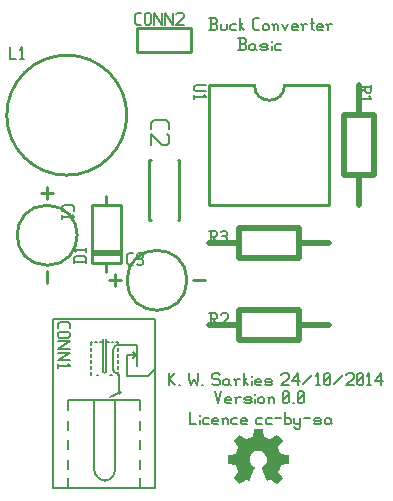
<source format=gto>
G04 start of page 9 for group -4079 idx -4079 *
G04 Title: (unknown), topsilk *
G04 Creator: pcb 20110918 *
G04 CreationDate: Tue 15 Sep 2015 23:51:39 GMT UTC *
G04 For: ksarkies *
G04 Format: Gerber/RS-274X *
G04 PCB-Dimensions: 130000 160000 *
G04 PCB-Coordinate-Origin: lower left *
%MOIN*%
%FSLAX25Y25*%
%LNTOPSILK*%
%ADD80C,0.0200*%
%ADD79C,0.0100*%
%ADD78C,0.0060*%
%ADD77C,0.0001*%
G54D77*G36*
X84977Y20514D02*X87554D01*
X87637Y20482D01*
X87684Y20406D01*
X87733Y20167D01*
X87777Y19945D01*
X88168Y17813D01*
X88215Y17725D01*
X88298Y17667D01*
X88401Y17623D01*
X89191Y17352D01*
X89941Y16994D01*
X89947D01*
X90034Y16956D01*
X90131Y16942D01*
X90229Y16973D01*
X92002Y18192D01*
X92193Y18317D01*
X92394Y18453D01*
X92480Y18478D01*
X92562Y18442D01*
X92893Y18112D01*
X93397Y17612D01*
X93555Y17449D01*
X94054Y16951D01*
X94216Y16794D01*
X94384Y16620D01*
X94423Y16535D01*
X94401Y16446D01*
X94265Y16245D01*
X94136Y16055D01*
X92947Y14319D01*
X92915Y14227D01*
X92930Y14130D01*
X92975Y14031D01*
X93658Y12425D01*
X93695Y12334D01*
X93758Y12256D01*
X93848Y12209D01*
X95887Y11828D01*
X96111Y11785D01*
X96354Y11742D01*
X96429Y11695D01*
X96458Y11612D01*
Y9035D01*
X96429Y8946D01*
X96354Y8899D01*
X96111Y8856D01*
X95887Y8813D01*
X93908Y8444D01*
X93820Y8396D01*
X93766Y8313D01*
X93738Y8253D01*
Y8242D01*
X93023Y6469D01*
X93018Y6457D01*
X93001Y6414D01*
X92984Y6313D01*
X93012Y6219D01*
X94141Y4587D01*
X94265Y4396D01*
X94406Y4195D01*
X94425Y4109D01*
X94384Y4027D01*
X94216Y3848D01*
X94054Y3691D01*
X92736Y2373D01*
X92562Y2205D01*
X92480Y2164D01*
X92394Y2182D01*
X92193Y2324D01*
X92002Y2448D01*
X90408Y3545D01*
X90309Y3574D01*
X90212Y3555D01*
X89881Y3371D01*
X89687Y3262D01*
X89340Y3084D01*
X89255Y3078D01*
X89193Y3138D01*
X89047Y3495D01*
X88959Y3702D01*
X87576Y7060D01*
X87488Y7266D01*
X87391Y7499D01*
X87387Y7594D01*
X87440Y7667D01*
X87663Y7798D01*
X87804Y7906D01*
X88340Y8352D01*
X88755Y8916D01*
X89022Y9575D01*
X89116Y10305D01*
X89058Y10880D01*
X88893Y11414D01*
X88630Y11899D01*
X88281Y12321D01*
X87861Y12670D01*
X87377Y12934D01*
X86843Y13099D01*
X86269Y13157D01*
X85694Y13099D01*
X85159Y12934D01*
X84676Y12670D01*
X84254Y12321D01*
X83906Y11899D01*
X83644Y11414D01*
X83479Y10880D01*
X83420Y10305D01*
X83513Y9575D01*
X83780Y8916D01*
X84194Y8352D01*
X84733Y7906D01*
X84869Y7798D01*
X85091Y7667D01*
X85145Y7594D01*
X85140Y7499D01*
X85043Y7266D01*
X84955Y7060D01*
X83572Y3702D01*
X83486Y3495D01*
X83338Y3138D01*
X83277Y3078D01*
X83193Y3084D01*
X82851Y3262D01*
X82650Y3371D01*
X82319Y3555D01*
X82220Y3574D01*
X82123Y3545D01*
X80529Y2448D01*
X80344Y2324D01*
X80138Y2182D01*
X80051Y2164D01*
X79969Y2205D01*
X79795Y2373D01*
X79638Y2535D01*
X79140Y3034D01*
X78977Y3192D01*
X78477Y3691D01*
X78315Y3848D01*
X78147Y4027D01*
X78108Y4109D01*
X78130Y4195D01*
X78266Y4396D01*
X78397Y4587D01*
X79519Y6219D01*
X79547Y6313D01*
X79530Y6414D01*
X79508Y6474D01*
X78798Y8248D01*
X78765Y8313D01*
X78711Y8396D01*
X78625Y8444D01*
X76644Y8813D01*
X76422Y8856D01*
X76183Y8899D01*
X76104Y8949D01*
X76075Y9035D01*
Y11612D01*
X76104Y11695D01*
X76183Y11742D01*
X76422Y11791D01*
X76644Y11828D01*
X78684Y12209D01*
X78773Y12256D01*
X78836Y12339D01*
X78873Y12425D01*
X79562Y14031D01*
X79601Y14130D01*
X79618Y14227D01*
X79590Y14319D01*
X78397Y16060D01*
X78266Y16245D01*
X78130Y16446D01*
X78108Y16535D01*
X78147Y16620D01*
X78315Y16794D01*
X78477Y16951D01*
X79969Y18442D01*
X80051Y18478D01*
X80138Y18459D01*
X80344Y18323D01*
X80529Y18192D01*
X82302Y16973D01*
X82400Y16944D01*
X82498Y16962D01*
X82584Y16994D01*
X82595Y16999D01*
X83341Y17353D01*
X84131Y17628D01*
X84234Y17667D01*
X84318Y17725D01*
X84363Y17813D01*
X84761Y19945D01*
X84798Y20167D01*
X84847Y20406D01*
X84894Y20482D01*
X84977Y20514D01*
G37*
G54D78*X56500Y39000D02*Y35000D01*
Y37000D02*X58500Y39000D01*
X56500Y37000D02*X58500Y35000D01*
X59700D02*X60200D01*
X63200Y39000D02*Y37000D01*
X63700Y35000D01*
X64700Y37000D01*
X65700Y35000D01*
X66200Y37000D01*
Y39000D02*Y37000D01*
X67400Y35000D02*X67900D01*
X72900Y39000D02*X73400Y38500D01*
X71400Y39000D02*X72900D01*
X70900Y38500D02*X71400Y39000D01*
X70900Y38500D02*Y37500D01*
X71400Y37000D01*
X72900D01*
X73400Y36500D01*
Y35500D01*
X72900Y35000D02*X73400Y35500D01*
X71400Y35000D02*X72900D01*
X70900Y35500D02*X71400Y35000D01*
X76100Y37000D02*X76600Y36500D01*
X75100Y37000D02*X76100D01*
X74600Y36500D02*X75100Y37000D01*
X74600Y36500D02*Y35500D01*
X75100Y35000D01*
X76600Y37000D02*Y35500D01*
X77100Y35000D01*
X75100D02*X76100D01*
X76600Y35500D01*
X78800Y36500D02*Y35000D01*
Y36500D02*X79300Y37000D01*
X80300D01*
X78300D02*X78800Y36500D01*
X81500Y39000D02*Y35000D01*
Y36500D02*X83000Y35000D01*
X81500Y36500D02*X82500Y37500D01*
X84200Y38000D02*Y37900D01*
Y36500D02*Y35000D01*
X85700D02*X87200D01*
X85200Y35500D02*X85700Y35000D01*
X85200Y36500D02*Y35500D01*
Y36500D02*X85700Y37000D01*
X86700D01*
X87200Y36500D01*
X85200Y36000D02*X87200D01*
Y36500D02*Y36000D01*
X88900Y35000D02*X90400D01*
X90900Y35500D01*
X90400Y36000D02*X90900Y35500D01*
X88900Y36000D02*X90400D01*
X88400Y36500D02*X88900Y36000D01*
X88400Y36500D02*X88900Y37000D01*
X90400D01*
X90900Y36500D01*
X88400Y35500D02*X88900Y35000D01*
X93900Y38500D02*X94400Y39000D01*
X95900D01*
X96400Y38500D01*
Y37500D01*
X93900Y35000D02*X96400Y37500D01*
X93900Y35000D02*X96400D01*
X97600Y36500D02*X99600Y39000D01*
X97600Y36500D02*X100100D01*
X99600Y39000D02*Y35000D01*
X101300Y35500D02*X104300Y38500D01*
X105500Y38200D02*X106300Y39000D01*
Y35000D01*
X105500D02*X107000D01*
X108200Y35500D02*X108700Y35000D01*
X108200Y38500D02*Y35500D01*
Y38500D02*X108700Y39000D01*
X109700D01*
X110200Y38500D01*
Y35500D01*
X109700Y35000D02*X110200Y35500D01*
X108700Y35000D02*X109700D01*
X108200Y36000D02*X110200Y38000D01*
X111400Y35500D02*X114400Y38500D01*
X115600D02*X116100Y39000D01*
X117600D01*
X118100Y38500D01*
Y37500D01*
X115600Y35000D02*X118100Y37500D01*
X115600Y35000D02*X118100D01*
X119300Y35500D02*X119800Y35000D01*
X119300Y38500D02*Y35500D01*
Y38500D02*X119800Y39000D01*
X120800D01*
X121300Y38500D01*
Y35500D01*
X120800Y35000D02*X121300Y35500D01*
X119800Y35000D02*X120800D01*
X119300Y36000D02*X121300Y38000D01*
X122500Y38200D02*X123300Y39000D01*
Y35000D01*
X122500D02*X124000D01*
X125200Y36500D02*X127200Y39000D01*
X125200Y36500D02*X127700D01*
X127200Y39000D02*Y35000D01*
X72000Y33000D02*X73000Y29000D01*
X74000Y33000D01*
X75700Y29000D02*X77200D01*
X75200Y29500D02*X75700Y29000D01*
X75200Y30500D02*Y29500D01*
Y30500D02*X75700Y31000D01*
X76700D01*
X77200Y30500D01*
X75200Y30000D02*X77200D01*
Y30500D02*Y30000D01*
X78900Y30500D02*Y29000D01*
Y30500D02*X79400Y31000D01*
X80400D01*
X78400D02*X78900Y30500D01*
X82100Y29000D02*X83600D01*
X84100Y29500D01*
X83600Y30000D02*X84100Y29500D01*
X82100Y30000D02*X83600D01*
X81600Y30500D02*X82100Y30000D01*
X81600Y30500D02*X82100Y31000D01*
X83600D01*
X84100Y30500D01*
X81600Y29500D02*X82100Y29000D01*
X85300Y32000D02*Y31900D01*
Y30500D02*Y29000D01*
X86300Y30500D02*Y29500D01*
Y30500D02*X86800Y31000D01*
X87800D01*
X88300Y30500D01*
Y29500D01*
X87800Y29000D02*X88300Y29500D01*
X86800Y29000D02*X87800D01*
X86300Y29500D02*X86800Y29000D01*
X90000Y30500D02*Y29000D01*
Y30500D02*X90500Y31000D01*
X91000D01*
X91500Y30500D01*
Y29000D01*
X89500Y31000D02*X90000Y30500D01*
X94500Y29500D02*X95000Y29000D01*
X94500Y32500D02*Y29500D01*
Y32500D02*X95000Y33000D01*
X96000D01*
X96500Y32500D01*
Y29500D01*
X96000Y29000D02*X96500Y29500D01*
X95000Y29000D02*X96000D01*
X94500Y30000D02*X96500Y32000D01*
X97700Y29000D02*X98200D01*
X99400Y29500D02*X99900Y29000D01*
X99400Y32500D02*Y29500D01*
Y32500D02*X99900Y33000D01*
X100900D01*
X101400Y32500D01*
Y29500D01*
X100900Y29000D02*X101400Y29500D01*
X99900Y29000D02*X100900D01*
X99400Y30000D02*X101400Y32000D01*
X63500Y26000D02*Y22000D01*
X65500D01*
X66700Y25000D02*Y24900D01*
Y23500D02*Y22000D01*
X68200Y24000D02*X69700D01*
X67700Y23500D02*X68200Y24000D01*
X67700Y23500D02*Y22500D01*
X68200Y22000D01*
X69700D01*
X71400D02*X72900D01*
X70900Y22500D02*X71400Y22000D01*
X70900Y23500D02*Y22500D01*
Y23500D02*X71400Y24000D01*
X72400D01*
X72900Y23500D01*
X70900Y23000D02*X72900D01*
Y23500D02*Y23000D01*
X74600Y23500D02*Y22000D01*
Y23500D02*X75100Y24000D01*
X75600D01*
X76100Y23500D01*
Y22000D01*
X74100Y24000D02*X74600Y23500D01*
X77800Y24000D02*X79300D01*
X77300Y23500D02*X77800Y24000D01*
X77300Y23500D02*Y22500D01*
X77800Y22000D01*
X79300D01*
X81000D02*X82500D01*
X80500Y22500D02*X81000Y22000D01*
X80500Y23500D02*Y22500D01*
Y23500D02*X81000Y24000D01*
X82000D01*
X82500Y23500D01*
X80500Y23000D02*X82500D01*
Y23500D02*Y23000D01*
X86000Y24000D02*X87500D01*
X85500Y23500D02*X86000Y24000D01*
X85500Y23500D02*Y22500D01*
X86000Y22000D01*
X87500D01*
X89200Y24000D02*X90700D01*
X88700Y23500D02*X89200Y24000D01*
X88700Y23500D02*Y22500D01*
X89200Y22000D01*
X90700D01*
X91900Y24000D02*X93900D01*
X95100Y26000D02*Y22000D01*
Y22500D02*X95600Y22000D01*
X96600D01*
X97100Y22500D01*
Y23500D02*Y22500D01*
X96600Y24000D02*X97100Y23500D01*
X95600Y24000D02*X96600D01*
X95100Y23500D02*X95600Y24000D01*
X98300D02*Y22500D01*
X98800Y22000D01*
X100300Y24000D02*Y21000D01*
X99800Y20500D02*X100300Y21000D01*
X98800Y20500D02*X99800D01*
X98300Y21000D02*X98800Y20500D01*
Y22000D02*X99800D01*
X100300Y22500D01*
X101500Y24000D02*X103500D01*
X105200Y22000D02*X106700D01*
X107200Y22500D01*
X106700Y23000D02*X107200Y22500D01*
X105200Y23000D02*X106700D01*
X104700Y23500D02*X105200Y23000D01*
X104700Y23500D02*X105200Y24000D01*
X106700D01*
X107200Y23500D01*
X104700Y22500D02*X105200Y22000D01*
X109900Y24000D02*X110400Y23500D01*
X108900Y24000D02*X109900D01*
X108400Y23500D02*X108900Y24000D01*
X108400Y23500D02*Y22500D01*
X108900Y22000D01*
X110400Y24000D02*Y22500D01*
X110900Y22000D01*
X108900D02*X109900D01*
X110400Y22500D01*
X70000Y153300D02*X72000D01*
X72500Y153800D01*
Y155000D02*Y153800D01*
X72000Y155500D02*X72500Y155000D01*
X70500Y155500D02*X72000D01*
X70500Y157300D02*Y153300D01*
X70000Y157300D02*X72000D01*
X72500Y156800D01*
Y156000D01*
X72000Y155500D02*X72500Y156000D01*
X73700Y155300D02*Y153800D01*
X74200Y153300D01*
X75200D01*
X75700Y153800D01*
Y155300D02*Y153800D01*
X77400Y155300D02*X78900D01*
X76900Y154800D02*X77400Y155300D01*
X76900Y154800D02*Y153800D01*
X77400Y153300D01*
X78900D01*
X80100Y157300D02*Y153300D01*
Y154800D02*X81600Y153300D01*
X80100Y154800D02*X81100Y155800D01*
X85300Y153300D02*X86600D01*
X84600Y154000D02*X85300Y153300D01*
X84600Y156600D02*Y154000D01*
Y156600D02*X85300Y157300D01*
X86600D01*
X87800Y154800D02*Y153800D01*
Y154800D02*X88300Y155300D01*
X89300D01*
X89800Y154800D01*
Y153800D01*
X89300Y153300D02*X89800Y153800D01*
X88300Y153300D02*X89300D01*
X87800Y153800D02*X88300Y153300D01*
X91500Y154800D02*Y153300D01*
Y154800D02*X92000Y155300D01*
X92500D01*
X93000Y154800D01*
Y153300D01*
X91000Y155300D02*X91500Y154800D01*
X94200Y155300D02*X95200Y153300D01*
X96200Y155300D02*X95200Y153300D01*
X97900D02*X99400D01*
X97400Y153800D02*X97900Y153300D01*
X97400Y154800D02*Y153800D01*
Y154800D02*X97900Y155300D01*
X98900D01*
X99400Y154800D01*
X97400Y154300D02*X99400D01*
Y154800D02*Y154300D01*
X101100Y154800D02*Y153300D01*
Y154800D02*X101600Y155300D01*
X102600D01*
X100600D02*X101100Y154800D01*
X104300Y157300D02*Y153800D01*
X104800Y153300D01*
X103800Y155800D02*X104800D01*
X106300Y153300D02*X107800D01*
X105800Y153800D02*X106300Y153300D01*
X105800Y154800D02*Y153800D01*
Y154800D02*X106300Y155300D01*
X107300D01*
X107800Y154800D01*
X105800Y154300D02*X107800D01*
Y154800D02*Y154300D01*
X109500Y154800D02*Y153300D01*
Y154800D02*X110000Y155300D01*
X111000D01*
X109000D02*X109500Y154800D01*
X79600Y146600D02*X81600D01*
X82100Y147100D01*
Y148300D02*Y147100D01*
X81600Y148800D02*X82100Y148300D01*
X80100Y148800D02*X81600D01*
X80100Y150600D02*Y146600D01*
X79600Y150600D02*X81600D01*
X82100Y150100D01*
Y149300D01*
X81600Y148800D02*X82100Y149300D01*
X84800Y148600D02*X85300Y148100D01*
X83800Y148600D02*X84800D01*
X83300Y148100D02*X83800Y148600D01*
X83300Y148100D02*Y147100D01*
X83800Y146600D01*
X85300Y148600D02*Y147100D01*
X85800Y146600D01*
X83800D02*X84800D01*
X85300Y147100D01*
X87500Y146600D02*X89000D01*
X89500Y147100D01*
X89000Y147600D02*X89500Y147100D01*
X87500Y147600D02*X89000D01*
X87000Y148100D02*X87500Y147600D01*
X87000Y148100D02*X87500Y148600D01*
X89000D01*
X89500Y148100D01*
X87000Y147100D02*X87500Y146600D01*
X90700Y149600D02*Y149500D01*
Y148100D02*Y146600D01*
X92200Y148600D02*X93700D01*
X91700Y148100D02*X92200Y148600D01*
X91700Y148100D02*Y147100D01*
X92200Y146600D01*
X93700D01*
G54D79*X46000Y146000D02*Y154000D01*
X64000Y146000D02*X46000D01*
X64000Y154000D02*Y146000D01*
X46000Y154000D02*X64000D01*
X59500Y90000D02*X60000D01*
Y110000D02*Y90000D01*
X59500Y110000D02*X60000D01*
X50000D02*X50500D01*
X50000D02*Y90000D01*
X50500D01*
X8297Y139181D02*G75*G03X8297Y139181I14142J-14142D01*G01*
X70000Y135000D02*Y95000D01*
X110000D01*
Y135000D01*
X70000D02*X85000D01*
X95000D02*X110000D01*
X85000D02*G75*G03X95000Y135000I5000J0D01*G01*
X36500Y70000D02*X40500D01*
X38500Y72000D02*Y68000D01*
X64500Y70000D02*X68500D01*
X42500D02*G75*G03X42500Y70000I10000J0D01*G01*
G54D78*X52000Y57200D02*Y700D01*
X18000Y57200D02*X52000D01*
X18000D02*Y700D01*
X52000D01*
X47000Y4200D02*Y700D01*
X23000Y4200D02*Y700D01*
Y30000D02*X47000D01*
X23000Y29900D02*Y26700D01*
X47000Y29900D02*Y26700D01*
Y23200D02*Y20200D01*
X23000Y23200D02*Y20200D01*
Y16700D02*Y13700D01*
X47000Y16700D02*Y13700D01*
Y10200D02*Y7200D01*
X23000Y10200D02*Y7200D01*
X31500Y30000D02*Y6800D01*
X38500Y30000D02*Y6500D01*
X45500Y45000D02*X44500Y44000D01*
X34500Y50500D02*Y39500D01*
X40000Y38000D02*Y32500D01*
X37000Y38500D02*X37500D01*
X39500Y48500D02*X46000D01*
Y41500D01*
X42500Y45000D02*X45500D01*
X42500D02*Y38000D01*
X49500D01*
X52000Y40500D01*
X45500Y45000D02*X44500Y46000D01*
X35500Y50500D02*Y39500D01*
X40000Y32500D02*X37000Y31000D01*
X39500Y43500D02*Y42500D01*
X35500Y49500D02*X36500D01*
X33500D02*X34500D01*
X32000D02*X32500D01*
X30500D02*X31000D01*
X30500D02*Y48500D01*
Y47500D02*Y46500D01*
Y45500D02*Y44500D01*
Y43500D02*Y42500D01*
Y41500D02*Y40500D01*
Y39500D02*Y38500D01*
X39500Y45500D02*Y44500D01*
Y39500D02*Y38500D01*
Y41500D02*Y40500D01*
X37500Y49500D02*X38000D01*
X39000D02*X39500D01*
Y48500D01*
Y47500D02*Y46500D01*
X32500Y38500D02*X33000D01*
X38000Y47000D02*Y40000D01*
X35000Y3200D02*G75*G03X38500Y6700I0J3500D01*G01*
X31500Y7200D02*G75*G03X35500Y3200I4000J0D01*G01*
X34500Y39500D02*G75*G03X35000Y39000I500J0D01*G01*
Y39002D02*G75*G03X35500Y39502I0J500D01*G01*
X40000Y33000D02*G75*G03X39500Y32500I0J-500D01*G01*
Y32501D02*G75*G03X40001Y32000I501J0D01*G01*
X40000Y38000D02*G75*G03X39000Y39000I-1000J0D01*G01*
X40500Y32500D02*G75*G03X40000Y33000I-500J0D01*G01*
X39999Y32000D02*G75*G03X40500Y32501I0J501D01*G01*
X39500Y48501D02*G75*G03X38000Y47001I0J-1500D01*G01*
Y40000D02*G75*G03X39000Y39000I1000J0D01*G01*
G54D79*X15900Y101000D02*Y97000D01*
X13900Y99000D02*X17900D01*
X15900Y73000D02*Y69000D01*
X15900Y95000D02*G75*G03X15900Y95000I0J-10000D01*G01*
X30746Y75645D02*X40454D01*
X35600D02*Y72650D01*
X30746Y95155D02*Y75645D01*
Y95155D02*X40454D01*
X35600Y98150D02*Y95155D01*
X40454D02*Y75645D01*
X30746Y78645D02*X40454D01*
X30746Y79145D02*X40454D01*
X30746Y79645D02*X40454D01*
G54D80*X125000Y125000D02*Y105000D01*
X115000D02*X125000D01*
X115000Y125000D02*Y105000D01*
Y125000D02*X125000D01*
X120000Y135000D02*Y125000D01*
Y105000D02*Y95000D01*
X80000Y60000D02*X100000D01*
Y50000D01*
X80000D01*
Y60000D01*
X70000Y55000D02*X80000D01*
X100000D02*X110000D01*
X80000Y87500D02*X100000D01*
Y77500D01*
X80000D02*X100000D01*
X80000Y87500D02*Y77500D01*
X70000Y82500D02*X80000D01*
X100000D02*X110000D01*
G54D78*X45900Y155100D02*X47200D01*
X45200Y155800D02*X45900Y155100D01*
X45200Y158400D02*Y155800D01*
Y158400D02*X45900Y159100D01*
X47200D01*
X48400Y158600D02*Y155600D01*
Y158600D02*X48900Y159100D01*
X49900D01*
X50400Y158600D01*
Y155600D01*
X49900Y155100D02*X50400Y155600D01*
X48900Y155100D02*X49900D01*
X48400Y155600D02*X48900Y155100D01*
X51600Y159100D02*Y155100D01*
Y159100D02*X54100Y155100D01*
Y159100D02*Y155100D01*
X55300Y159100D02*Y155100D01*
Y159100D02*X57800Y155100D01*
Y159100D02*Y155100D01*
X59000Y158600D02*X59500Y159100D01*
X61000D01*
X61500Y158600D01*
Y157600D01*
X59000Y155100D02*X61500Y157600D01*
X59000Y155100D02*X61500D01*
X50500Y122450D02*Y120500D01*
X51550Y123500D02*X50500Y122450D01*
X51550Y123500D02*X55450D01*
X56500Y122450D01*
Y120500D01*
X55750Y118700D02*X56500Y117950D01*
Y115700D01*
X55750Y114950D01*
X54250D02*X55750D01*
X50500Y118700D02*X54250Y114950D01*
X50500Y118700D02*Y114950D01*
X3600Y147700D02*Y143700D01*
X5600D01*
X6800Y146900D02*X7600Y147700D01*
Y143700D01*
X6800D02*X8300D01*
X65500Y135000D02*X69000D01*
X65500D02*X65000Y134500D01*
Y133500D01*
X65500Y133000D01*
X69000D01*
X68200Y131800D02*X69000Y131000D01*
X65000D02*X69000D01*
X65000Y131800D02*Y130300D01*
X43200Y75000D02*X44500D01*
X42500Y75700D02*X43200Y75000D01*
X42500Y78300D02*Y75700D01*
Y78300D02*X43200Y79000D01*
X44500D01*
X45700Y78500D02*X46200Y79000D01*
X47200D01*
X47700Y78500D01*
X47200Y75000D02*X47700Y75500D01*
X46200Y75000D02*X47200D01*
X45700Y75500D02*X46200Y75000D01*
Y77200D02*X47200D01*
X47700Y78500D02*Y77700D01*
Y76700D02*Y75500D01*
Y76700D02*X47200Y77200D01*
X47700Y77700D02*X47200Y77200D01*
X19500Y55300D02*Y54000D01*
X20200Y56000D02*X19500Y55300D01*
X20200Y56000D02*X22800D01*
X23500Y55300D01*
Y54000D01*
X20000Y52800D02*X23000D01*
X23500Y52300D01*
Y51300D01*
X23000Y50800D01*
X20000D02*X23000D01*
X19500Y51300D02*X20000Y50800D01*
X19500Y52300D02*Y51300D01*
X20000Y52800D02*X19500Y52300D01*
Y49600D02*X23500D01*
X19500Y47100D01*
X23500D01*
X19500Y45900D02*X23500D01*
X19500Y43400D01*
X23500D01*
X22700Y42200D02*X23500Y41400D01*
X19500D02*X23500D01*
X19500Y42200D02*Y40700D01*
X20900Y94300D02*Y93000D01*
X21600Y95000D02*X20900Y94300D01*
X21600Y95000D02*X24200D01*
X24900Y94300D01*
Y93000D01*
X24100Y91800D02*X24900Y91000D01*
X20900D02*X24900D01*
X20900Y91800D02*Y90300D01*
X24746Y76145D02*X28746D01*
X24746Y77445D02*X25446Y78145D01*
X28046D01*
X28746Y77445D02*X28046Y78145D01*
X28746Y77445D02*Y75645D01*
X24746Y77445D02*Y75645D01*
X25546Y79345D02*X24746Y80145D01*
X28746D01*
Y80845D02*Y79345D01*
X124000Y135000D02*Y133000D01*
X123500Y132500D01*
X122500D02*X123500D01*
X122000Y133000D02*X122500Y132500D01*
X122000Y134500D02*Y133000D01*
X120000Y134500D02*X124000D01*
X122000Y133700D02*X120000Y132500D01*
X123200Y131300D02*X124000Y130500D01*
X120000D02*X124000D01*
X120000Y131300D02*Y129800D01*
X70000Y59000D02*X72000D01*
X72500Y58500D01*
Y57500D01*
X72000Y57000D02*X72500Y57500D01*
X70500Y57000D02*X72000D01*
X70500Y59000D02*Y55000D01*
X71300Y57000D02*X72500Y55000D01*
X73700Y58500D02*X74200Y59000D01*
X75700D01*
X76200Y58500D01*
Y57500D01*
X73700Y55000D02*X76200Y57500D01*
X73700Y55000D02*X76200D01*
X70000Y86500D02*X72000D01*
X72500Y86000D01*
Y85000D01*
X72000Y84500D02*X72500Y85000D01*
X70500Y84500D02*X72000D01*
X70500Y86500D02*Y82500D01*
X71300Y84500D02*X72500Y82500D01*
X73700Y86000D02*X74200Y86500D01*
X75200D01*
X75700Y86000D01*
X75200Y82500D02*X75700Y83000D01*
X74200Y82500D02*X75200D01*
X73700Y83000D02*X74200Y82500D01*
Y84700D02*X75200D01*
X75700Y86000D02*Y85200D01*
Y84200D02*Y83000D01*
Y84200D02*X75200Y84700D01*
X75700Y85200D02*X75200Y84700D01*
M02*

</source>
